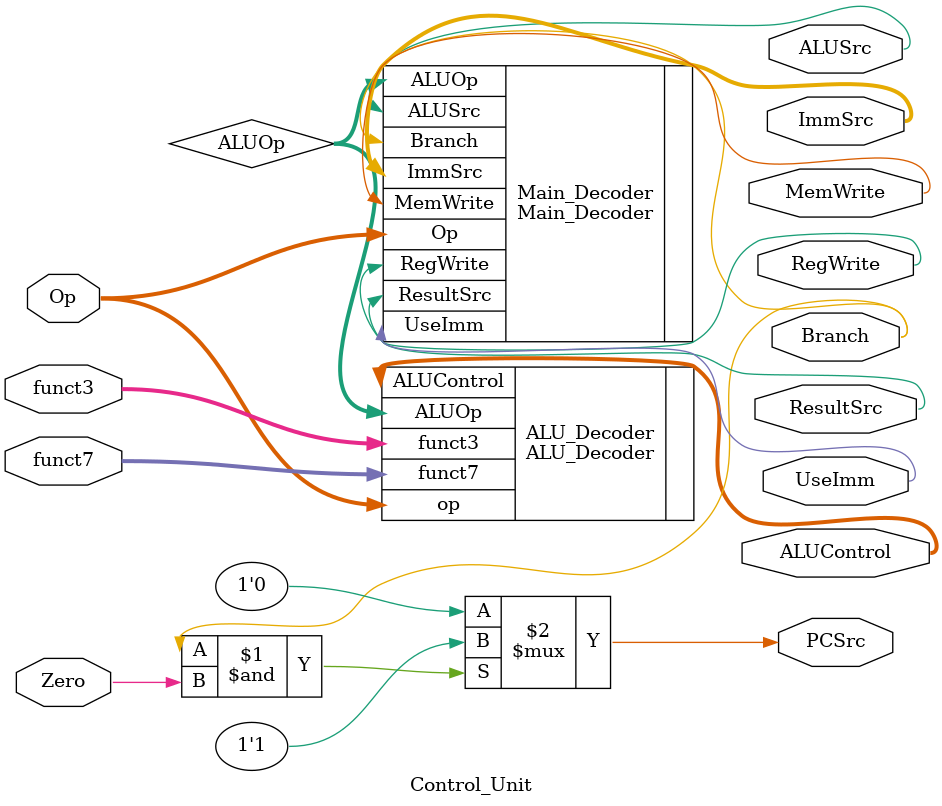
<source format=v>

`include "ALU_Decoder.v"
`include "Main_Decoder.v"

module Control_Unit(Op,Zero,RegWrite,ImmSrc,ALUSrc,MemWrite,ResultSrc,Branch,UseImm,funct3,funct7,ALUControl,PCSrc);

    input [6:0]Op,funct7;       // Op is the opcode, funct7 is the funct7 field of the RISC-V format instruction
    input [2:0]funct3;          // funct3 is the funct3 field of the RISC-V format instruction
    input Zero;                 // Zero flag for branch control
    output RegWrite,ALUSrc,MemWrite,ResultSrc,Branch, UseImm, PCSrc;                // Contro signals for the processor
    output [1:0]ImmSrc;         // Control signal for immediate source for operand B
    output [2:0]ALUControl;     // Control signal that determines the ALU operation

    wire [1:0]ALUOp;            // ALUOp is the control signal for the type of ALU operation

    assign PCSrc = (Branch & Zero) ? 1'b1 : 1'b0; // PCSrc is high if Branch is taken

    // Instantiate the Main Decoder and ALU Decoder modules
    Main_Decoder Main_Decoder(
                .Op(Op),
                .RegWrite(RegWrite),
                .ImmSrc(ImmSrc),
                .MemWrite(MemWrite),
                .ResultSrc(ResultSrc),
                .Branch(Branch),
                .ALUSrc(ALUSrc),
                .ALUOp(ALUOp),
                .UseImm(UseImm)
    );

    ALU_Decoder ALU_Decoder(
                            .ALUOp(ALUOp),
                            .funct3(funct3),
                            .funct7(funct7),
                            .op(Op),
                            .ALUControl(ALUControl)
    );

endmodule
</source>
